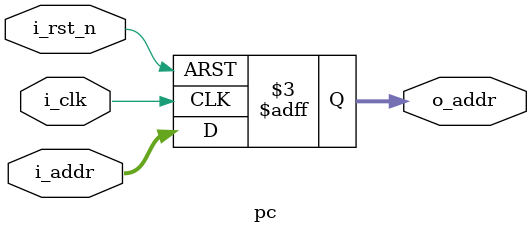
<source format=v>
module pc(i_clk,
          i_rst_n,
          i_addr,
          o_addr);
  
input  i_clk, i_rst_n;
input       [31:0] i_addr;
output reg  [31:0] o_addr;

always @(posedge i_clk or negedge i_rst_n) begin
  if(!i_rst_n)  o_addr <= 0;
  else          o_addr <= i_addr;
end
  
endmodule

</source>
